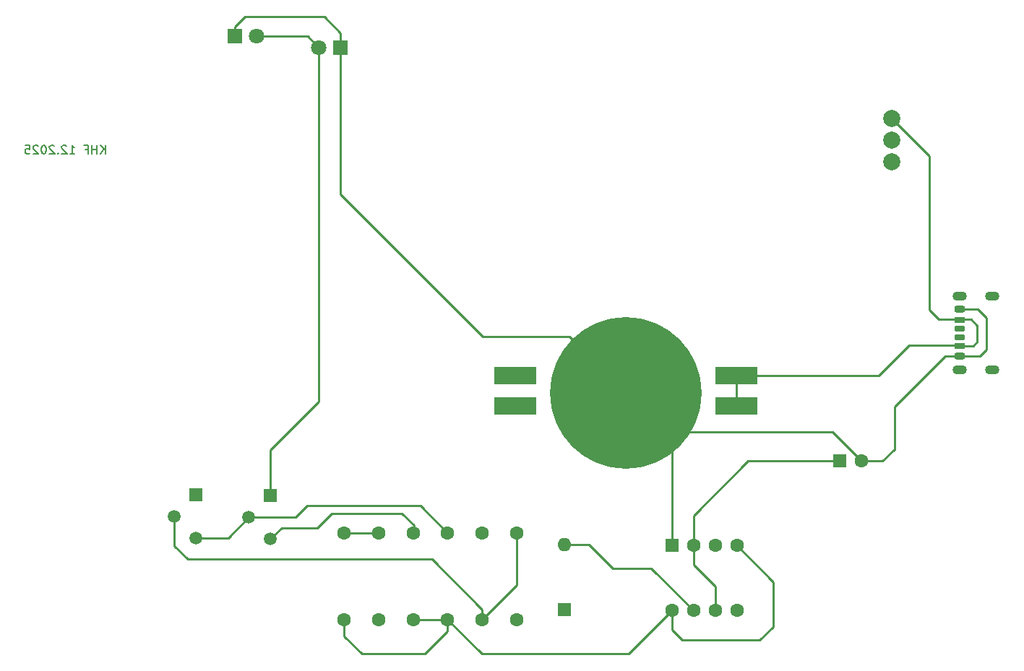
<source format=gbr>
%TF.GenerationSoftware,KiCad,Pcbnew,9.0.6*%
%TF.CreationDate,2026-01-09T14:19:34+01:00*%
%TF.ProjectId,Alligator,416c6c69-6761-4746-9f72-2e6b69636164,rev?*%
%TF.SameCoordinates,Original*%
%TF.FileFunction,Copper,L2,Bot*%
%TF.FilePolarity,Positive*%
%FSLAX46Y46*%
G04 Gerber Fmt 4.6, Leading zero omitted, Abs format (unit mm)*
G04 Created by KiCad (PCBNEW 9.0.6) date 2026-01-09 14:19:34*
%MOMM*%
%LPD*%
G01*
G04 APERTURE LIST*
G04 Aperture macros list*
%AMRoundRect*
0 Rectangle with rounded corners*
0 $1 Rounding radius*
0 $2 $3 $4 $5 $6 $7 $8 $9 X,Y pos of 4 corners*
0 Add a 4 corners polygon primitive as box body*
4,1,4,$2,$3,$4,$5,$6,$7,$8,$9,$2,$3,0*
0 Add four circle primitives for the rounded corners*
1,1,$1+$1,$2,$3*
1,1,$1+$1,$4,$5*
1,1,$1+$1,$6,$7*
1,1,$1+$1,$8,$9*
0 Add four rect primitives between the rounded corners*
20,1,$1+$1,$2,$3,$4,$5,0*
20,1,$1+$1,$4,$5,$6,$7,0*
20,1,$1+$1,$6,$7,$8,$9,0*
20,1,$1+$1,$8,$9,$2,$3,0*%
G04 Aperture macros list end*
%ADD10C,0.150000*%
%TA.AperFunction,NonConductor*%
%ADD11C,0.150000*%
%TD*%
%TA.AperFunction,SMDPad,CuDef*%
%ADD12RoundRect,0.175000X-0.425000X0.175000X-0.425000X-0.175000X0.425000X-0.175000X0.425000X0.175000X0*%
%TD*%
%TA.AperFunction,SMDPad,CuDef*%
%ADD13RoundRect,0.190000X0.410000X-0.190000X0.410000X0.190000X-0.410000X0.190000X-0.410000X-0.190000X0*%
%TD*%
%TA.AperFunction,SMDPad,CuDef*%
%ADD14RoundRect,0.200000X0.400000X-0.200000X0.400000X0.200000X-0.400000X0.200000X-0.400000X-0.200000X0*%
%TD*%
%TA.AperFunction,SMDPad,CuDef*%
%ADD15RoundRect,0.175000X0.425000X-0.175000X0.425000X0.175000X-0.425000X0.175000X-0.425000X-0.175000X0*%
%TD*%
%TA.AperFunction,SMDPad,CuDef*%
%ADD16RoundRect,0.190000X-0.410000X0.190000X-0.410000X-0.190000X0.410000X-0.190000X0.410000X0.190000X0*%
%TD*%
%TA.AperFunction,SMDPad,CuDef*%
%ADD17RoundRect,0.200000X-0.400000X0.200000X-0.400000X-0.200000X0.400000X-0.200000X0.400000X0.200000X0*%
%TD*%
%TA.AperFunction,HeatsinkPad*%
%ADD18O,1.700000X1.100000*%
%TD*%
%TA.AperFunction,ComponentPad*%
%ADD19R,1.800000X1.800000*%
%TD*%
%TA.AperFunction,ComponentPad*%
%ADD20C,1.800000*%
%TD*%
%TA.AperFunction,ComponentPad*%
%ADD21C,2.000000*%
%TD*%
%TA.AperFunction,ComponentPad*%
%ADD22RoundRect,0.250000X-0.550000X0.550000X-0.550000X-0.550000X0.550000X-0.550000X0.550000X0.550000X0*%
%TD*%
%TA.AperFunction,ComponentPad*%
%ADD23C,1.600000*%
%TD*%
%TA.AperFunction,ComponentPad*%
%ADD24R,1.500000X1.500000*%
%TD*%
%TA.AperFunction,ComponentPad*%
%ADD25C,1.500000*%
%TD*%
%TA.AperFunction,ComponentPad*%
%ADD26R,1.600000X1.600000*%
%TD*%
%TA.AperFunction,ComponentPad*%
%ADD27O,1.600000X1.600000*%
%TD*%
%TA.AperFunction,SMDPad,CuDef*%
%ADD28R,5.000000X2.000000*%
%TD*%
%TA.AperFunction,SMDPad,CuDef*%
%ADD29C,17.780000*%
%TD*%
%TA.AperFunction,Conductor*%
%ADD30C,0.250000*%
%TD*%
G04 APERTURE END LIST*
D10*
D11*
X101263220Y-69069819D02*
X101263220Y-68069819D01*
X100691792Y-69069819D02*
X101120363Y-68498390D01*
X100691792Y-68069819D02*
X101263220Y-68641247D01*
X100263220Y-69069819D02*
X100263220Y-68069819D01*
X100263220Y-68546009D02*
X99691792Y-68546009D01*
X99691792Y-69069819D02*
X99691792Y-68069819D01*
X98882268Y-68546009D02*
X99215601Y-68546009D01*
X99215601Y-69069819D02*
X99215601Y-68069819D01*
X99215601Y-68069819D02*
X98739411Y-68069819D01*
X97072744Y-69069819D02*
X97644172Y-69069819D01*
X97358458Y-69069819D02*
X97358458Y-68069819D01*
X97358458Y-68069819D02*
X97453696Y-68212676D01*
X97453696Y-68212676D02*
X97548934Y-68307914D01*
X97548934Y-68307914D02*
X97644172Y-68355533D01*
X96691791Y-68165057D02*
X96644172Y-68117438D01*
X96644172Y-68117438D02*
X96548934Y-68069819D01*
X96548934Y-68069819D02*
X96310839Y-68069819D01*
X96310839Y-68069819D02*
X96215601Y-68117438D01*
X96215601Y-68117438D02*
X96167982Y-68165057D01*
X96167982Y-68165057D02*
X96120363Y-68260295D01*
X96120363Y-68260295D02*
X96120363Y-68355533D01*
X96120363Y-68355533D02*
X96167982Y-68498390D01*
X96167982Y-68498390D02*
X96739410Y-69069819D01*
X96739410Y-69069819D02*
X96120363Y-69069819D01*
X95691791Y-68974580D02*
X95644172Y-69022200D01*
X95644172Y-69022200D02*
X95691791Y-69069819D01*
X95691791Y-69069819D02*
X95739410Y-69022200D01*
X95739410Y-69022200D02*
X95691791Y-68974580D01*
X95691791Y-68974580D02*
X95691791Y-69069819D01*
X95263220Y-68165057D02*
X95215601Y-68117438D01*
X95215601Y-68117438D02*
X95120363Y-68069819D01*
X95120363Y-68069819D02*
X94882268Y-68069819D01*
X94882268Y-68069819D02*
X94787030Y-68117438D01*
X94787030Y-68117438D02*
X94739411Y-68165057D01*
X94739411Y-68165057D02*
X94691792Y-68260295D01*
X94691792Y-68260295D02*
X94691792Y-68355533D01*
X94691792Y-68355533D02*
X94739411Y-68498390D01*
X94739411Y-68498390D02*
X95310839Y-69069819D01*
X95310839Y-69069819D02*
X94691792Y-69069819D01*
X94072744Y-68069819D02*
X93977506Y-68069819D01*
X93977506Y-68069819D02*
X93882268Y-68117438D01*
X93882268Y-68117438D02*
X93834649Y-68165057D01*
X93834649Y-68165057D02*
X93787030Y-68260295D01*
X93787030Y-68260295D02*
X93739411Y-68450771D01*
X93739411Y-68450771D02*
X93739411Y-68688866D01*
X93739411Y-68688866D02*
X93787030Y-68879342D01*
X93787030Y-68879342D02*
X93834649Y-68974580D01*
X93834649Y-68974580D02*
X93882268Y-69022200D01*
X93882268Y-69022200D02*
X93977506Y-69069819D01*
X93977506Y-69069819D02*
X94072744Y-69069819D01*
X94072744Y-69069819D02*
X94167982Y-69022200D01*
X94167982Y-69022200D02*
X94215601Y-68974580D01*
X94215601Y-68974580D02*
X94263220Y-68879342D01*
X94263220Y-68879342D02*
X94310839Y-68688866D01*
X94310839Y-68688866D02*
X94310839Y-68450771D01*
X94310839Y-68450771D02*
X94263220Y-68260295D01*
X94263220Y-68260295D02*
X94215601Y-68165057D01*
X94215601Y-68165057D02*
X94167982Y-68117438D01*
X94167982Y-68117438D02*
X94072744Y-68069819D01*
X93358458Y-68165057D02*
X93310839Y-68117438D01*
X93310839Y-68117438D02*
X93215601Y-68069819D01*
X93215601Y-68069819D02*
X92977506Y-68069819D01*
X92977506Y-68069819D02*
X92882268Y-68117438D01*
X92882268Y-68117438D02*
X92834649Y-68165057D01*
X92834649Y-68165057D02*
X92787030Y-68260295D01*
X92787030Y-68260295D02*
X92787030Y-68355533D01*
X92787030Y-68355533D02*
X92834649Y-68498390D01*
X92834649Y-68498390D02*
X93406077Y-69069819D01*
X93406077Y-69069819D02*
X92787030Y-69069819D01*
X91882268Y-68069819D02*
X92358458Y-68069819D01*
X92358458Y-68069819D02*
X92406077Y-68546009D01*
X92406077Y-68546009D02*
X92358458Y-68498390D01*
X92358458Y-68498390D02*
X92263220Y-68450771D01*
X92263220Y-68450771D02*
X92025125Y-68450771D01*
X92025125Y-68450771D02*
X91929887Y-68498390D01*
X91929887Y-68498390D02*
X91882268Y-68546009D01*
X91882268Y-68546009D02*
X91834649Y-68641247D01*
X91834649Y-68641247D02*
X91834649Y-68879342D01*
X91834649Y-68879342D02*
X91882268Y-68974580D01*
X91882268Y-68974580D02*
X91929887Y-69022200D01*
X91929887Y-69022200D02*
X92025125Y-69069819D01*
X92025125Y-69069819D02*
X92263220Y-69069819D01*
X92263220Y-69069819D02*
X92358458Y-69022200D01*
X92358458Y-69022200D02*
X92406077Y-68974580D01*
D12*
%TO.P,REF\u002A\u002A,A5*%
%TO.N,N/C*%
X201300000Y-89550000D03*
D13*
%TO.P,REF\u002A\u002A,A9*%
%TO.N,Net-(S1-A-Pad1)*%
X201300000Y-91570000D03*
D14*
%TO.P,REF\u002A\u002A,A12*%
%TO.N,Net-(D1-K)*%
X201300000Y-92800000D03*
D15*
%TO.P,REF\u002A\u002A,B5*%
%TO.N,N/C*%
X201300000Y-90550000D03*
D16*
%TO.P,REF\u002A\u002A,B9*%
%TO.N,Net-(S1-A-Pad1)*%
X201300000Y-88530000D03*
D17*
%TO.P,REF\u002A\u002A,B12*%
%TO.N,Net-(D1-K)*%
X201300000Y-87300000D03*
D18*
%TO.P,REF\u002A\u002A,S1*%
%TO.N,N/C*%
X201380000Y-85730000D03*
X205180000Y-85730000D03*
X201380000Y-94370000D03*
X205180000Y-94370000D03*
%TD*%
D19*
%TO.P,D2,1,K*%
%TO.N,Net-(D1-K)*%
X128800000Y-56600000D03*
D20*
%TO.P,D2,2,A*%
%TO.N,Net-(D1-A)*%
X126260000Y-56600000D03*
%TD*%
D19*
%TO.P,D1,1,K*%
%TO.N,Net-(D1-K)*%
X116460000Y-55300000D03*
D20*
%TO.P,D1,2,A*%
%TO.N,Net-(D1-A)*%
X119000000Y-55300000D03*
%TD*%
D21*
%TO.P,S1,1,A*%
%TO.N,Net-(S1-A-Pad1)*%
X193400000Y-64900000D03*
%TO.P,S1,2,E*%
%TO.N,Net-(S1-E)*%
X193400000Y-67440000D03*
%TO.P,S1,3,A*%
%TO.N,unconnected-(S1-A-Pad3)*%
X193400000Y-69980000D03*
%TD*%
D22*
%TO.P,U1,1,GND*%
%TO.N,Net-(D1-K)*%
X167600000Y-115000000D03*
D23*
%TO.P,U1,2,TR*%
%TO.N,Net-(D3-K)*%
X170140000Y-115000000D03*
%TO.P,U1,3,Q*%
%TO.N,unconnected-(U1-Q-Pad3)*%
X172680000Y-115000000D03*
%TO.P,U1,4,R*%
%TO.N,Net-(S1-E)*%
X175220000Y-115000000D03*
%TO.P,U1,5,CV*%
%TO.N,unconnected-(U1-CV-Pad5)*%
X175220000Y-122620000D03*
%TO.P,U1,6,THR*%
%TO.N,Net-(D3-K)*%
X172680000Y-122620000D03*
%TO.P,U1,7,DIS*%
%TO.N,Net-(D3-A)*%
X170140000Y-122620000D03*
%TO.P,U1,8,VCC*%
%TO.N,Net-(S1-E)*%
X167600000Y-122620000D03*
%TD*%
D24*
%TO.P,Q2,1,E*%
%TO.N,Net-(D1-A)*%
X120600000Y-109100000D03*
D25*
%TO.P,Q2,2,B*%
%TO.N,Net-(Q1-C)*%
X118060000Y-111640000D03*
%TO.P,Q2,3,C*%
%TO.N,Net-(Q2-C)*%
X120600000Y-114180000D03*
%TD*%
D23*
%TO.P,R3,1*%
%TO.N,Net-(D3-K)*%
X149450000Y-123660000D03*
%TO.P,R3,2*%
%TO.N,Net-(Q1-B)*%
X149450000Y-113500000D03*
%TD*%
%TO.P,R6,1*%
%TO.N,Net-(S1-E)*%
X137300000Y-123660000D03*
%TO.P,R6,2*%
%TO.N,Net-(Q2-C)*%
X137300000Y-113500000D03*
%TD*%
%TO.P,R8,1*%
%TO.N,Net-(S1-E)*%
X129200000Y-123660000D03*
%TO.P,R8,2*%
%TO.N,Net-(D3-A)*%
X129200000Y-113500000D03*
%TD*%
D24*
%TO.P,Q1,1,E*%
%TO.N,Net-(D1-K)*%
X111857615Y-109000000D03*
D25*
%TO.P,Q1,2,B*%
%TO.N,Net-(Q1-B)*%
X109317615Y-111540000D03*
%TO.P,Q1,3,C*%
%TO.N,Net-(Q1-C)*%
X111857615Y-114080000D03*
%TD*%
D26*
%TO.P,D3,1,K*%
%TO.N,Net-(D3-K)*%
X155000000Y-122520000D03*
D27*
%TO.P,D3,2,A*%
%TO.N,Net-(D3-A)*%
X155000000Y-114900000D03*
%TD*%
D23*
%TO.P,R5,1*%
%TO.N,Net-(S1-E)*%
X141350000Y-123660000D03*
%TO.P,R5,2*%
%TO.N,Net-(Q1-C)*%
X141350000Y-113500000D03*
%TD*%
%TO.P,R4,1*%
%TO.N,Net-(Q1-B)*%
X145400000Y-123660000D03*
%TO.P,R4,2*%
%TO.N,Net-(D1-K)*%
X145400000Y-113500000D03*
%TD*%
%TO.P,R7,1*%
%TO.N,Net-(D3-K)*%
X133250000Y-123660000D03*
%TO.P,R7,2*%
%TO.N,Net-(D3-A)*%
X133250000Y-113500000D03*
%TD*%
D26*
%TO.P,C1,1*%
%TO.N,Net-(D3-K)*%
X187300000Y-105100000D03*
D23*
%TO.P,C1,2*%
%TO.N,Net-(D1-K)*%
X189800000Y-105100000D03*
%TD*%
D28*
%TO.P,U2,*%
%TO.N,*%
X149246000Y-95068000D03*
X149246000Y-98624000D03*
%TO.P,U2,1*%
%TO.N,Net-(S1-A-Pad1)*%
X175140000Y-95068000D03*
X175140000Y-98624000D03*
D29*
%TO.P,U2,2*%
%TO.N,Net-(D1-K)*%
X162200000Y-97100000D03*
%TD*%
D30*
%TO.N,Net-(D1-K)*%
X203700000Y-92800000D02*
X204500000Y-92000000D01*
X201300000Y-92800000D02*
X203700000Y-92800000D01*
%TO.N,Net-(S1-A-Pad1)*%
X198880000Y-88480000D02*
X197800000Y-87400000D01*
X197800000Y-87400000D02*
X197800000Y-69300000D01*
X203400000Y-89200000D02*
X202680000Y-88480000D01*
X203400000Y-91100000D02*
X203400000Y-89200000D01*
X202680000Y-88480000D02*
X198880000Y-88480000D01*
X202930000Y-91570000D02*
X203400000Y-91100000D01*
X197800000Y-69300000D02*
X193400000Y-64900000D01*
X201300000Y-91570000D02*
X202930000Y-91570000D01*
%TO.N,Net-(D3-K)*%
X187300000Y-105100000D02*
X176500000Y-105100000D01*
X176500000Y-105100000D02*
X170140000Y-111460000D01*
X170140000Y-115000000D02*
X170140000Y-117240000D01*
X172680000Y-119780000D02*
X172680000Y-122620000D01*
X170140000Y-117240000D02*
X172680000Y-119780000D01*
X170140000Y-111460000D02*
X170140000Y-115000000D01*
%TO.N,Net-(D1-K)*%
X193600000Y-103800000D02*
X192300000Y-105100000D01*
X145500000Y-90500000D02*
X128800000Y-73800000D01*
X199650000Y-92750000D02*
X193700000Y-98700000D01*
X193700000Y-103800000D02*
X193600000Y-103800000D01*
X162200000Y-97500000D02*
X167600000Y-102900000D01*
X204500000Y-88300000D02*
X204500000Y-92000000D01*
X126900000Y-53000000D02*
X128800000Y-54900000D01*
X166800000Y-101700000D02*
X162200000Y-97100000D01*
X167600000Y-102900000D02*
X167600000Y-115000000D01*
X201167500Y-87250000D02*
X203450000Y-87250000D01*
X128800000Y-73800000D02*
X128800000Y-56600000D01*
X201167500Y-92750000D02*
X199650000Y-92750000D01*
X189800000Y-105100000D02*
X186400000Y-101700000D01*
X162200000Y-97100000D02*
X155600000Y-90500000D01*
X186400000Y-101700000D02*
X166800000Y-101700000D01*
X128800000Y-54900000D02*
X128800000Y-56600000D01*
X117600000Y-53000000D02*
X126900000Y-53000000D01*
X193700000Y-98700000D02*
X193700000Y-103800000D01*
X155600000Y-90500000D02*
X145500000Y-90500000D01*
X116460000Y-55300000D02*
X116460000Y-54140000D01*
X203450000Y-87250000D02*
X204500000Y-88300000D01*
X116460000Y-54140000D02*
X117600000Y-53000000D01*
X192300000Y-105100000D02*
X189800000Y-105100000D01*
X162200000Y-97100000D02*
X162200000Y-97500000D01*
%TO.N,Net-(D1-A)*%
X119000000Y-55300000D02*
X124960000Y-55300000D01*
X124960000Y-55300000D02*
X126260000Y-56600000D01*
X126260000Y-56600000D02*
X126260000Y-98140000D01*
X120600000Y-103800000D02*
X120600000Y-109100000D01*
X126260000Y-98140000D02*
X120600000Y-103800000D01*
%TO.N,Net-(D3-A)*%
X170140000Y-122620000D02*
X165220000Y-117700000D01*
X129200000Y-113500000D02*
X133250000Y-113500000D01*
X160700000Y-117700000D02*
X157900000Y-114900000D01*
X157900000Y-114900000D02*
X155000000Y-114900000D01*
X165220000Y-117700000D02*
X160700000Y-117700000D01*
%TO.N,Net-(Q1-C)*%
X138200000Y-110300000D02*
X124900000Y-110300000D01*
X115620000Y-114080000D02*
X118060000Y-111640000D01*
X141350000Y-113500000D02*
X138200000Y-110350000D01*
X138200000Y-110350000D02*
X138200000Y-110300000D01*
X123560000Y-111640000D02*
X118060000Y-111640000D01*
X111857615Y-114080000D02*
X115620000Y-114080000D01*
X124900000Y-110300000D02*
X123560000Y-111640000D01*
%TO.N,Net-(Q1-B)*%
X149450000Y-113500000D02*
X149450000Y-119610000D01*
X110900000Y-116600000D02*
X109317615Y-115017615D01*
X109317615Y-115017615D02*
X109317615Y-111540000D01*
X149450000Y-119610000D02*
X145400000Y-123660000D01*
X139500000Y-116600000D02*
X110900000Y-116600000D01*
X145400000Y-123660000D02*
X145400000Y-122500000D01*
X145400000Y-122500000D02*
X139500000Y-116600000D01*
%TO.N,Net-(Q2-C)*%
X120600000Y-114180000D02*
X121880000Y-112900000D01*
X136000000Y-111200000D02*
X137400000Y-112600000D01*
X121880000Y-112900000D02*
X126100000Y-112900000D01*
X137400000Y-112600000D02*
X137400000Y-113400000D01*
X126100000Y-112900000D02*
X127800000Y-111200000D01*
X127800000Y-111200000D02*
X136000000Y-111200000D01*
X137400000Y-113400000D02*
X137300000Y-113500000D01*
%TO.N,Net-(S1-E)*%
X141350000Y-123660000D02*
X141350000Y-125050000D01*
X138700000Y-127700000D02*
X131300000Y-127700000D01*
X168800000Y-126100000D02*
X167600000Y-124900000D01*
X175220000Y-115000000D02*
X179500000Y-119280000D01*
X179500000Y-124500000D02*
X177900000Y-126100000D01*
X162520000Y-127700000D02*
X145390000Y-127700000D01*
X141350000Y-125050000D02*
X138700000Y-127700000D01*
X177900000Y-126100000D02*
X168800000Y-126100000D01*
X145390000Y-127700000D02*
X141350000Y-123660000D01*
X179500000Y-119280000D02*
X179500000Y-124500000D01*
X167600000Y-124900000D02*
X167600000Y-122620000D01*
X131300000Y-127700000D02*
X129200000Y-125600000D01*
X129200000Y-125600000D02*
X129200000Y-123660000D01*
X141350000Y-123660000D02*
X137300000Y-123660000D01*
X167600000Y-122620000D02*
X162520000Y-127700000D01*
%TO.N,Net-(S1-A-Pad1)*%
X195420000Y-91520000D02*
X201167500Y-91520000D01*
X195400000Y-91500000D02*
X195420000Y-91520000D01*
X175140000Y-95068000D02*
X191832000Y-95068000D01*
X191832000Y-95068000D02*
X195400000Y-91500000D01*
X175140000Y-98624000D02*
X175140000Y-95068000D01*
%TD*%
M02*

</source>
